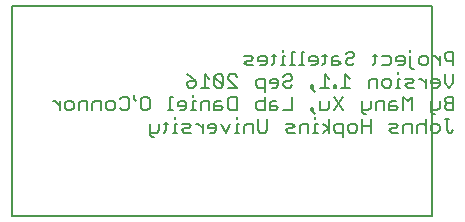
<source format=gbo>
G75*
%MOIN*%
%OFA0B0*%
%FSLAX25Y25*%
%IPPOS*%
%LPD*%
%AMOC8*
5,1,8,0,0,1.08239X$1,22.5*
%
%ADD10C,0.00600*%
%ADD11C,0.00500*%
D10*
X0157047Y0093066D02*
X0157781Y0092332D01*
X0158515Y0092332D01*
X0157047Y0093066D02*
X0157047Y0096736D01*
X0159983Y0096736D02*
X0159983Y0094534D01*
X0159249Y0093800D01*
X0157047Y0093800D01*
X0161584Y0093800D02*
X0162318Y0094534D01*
X0162318Y0097470D01*
X0163052Y0096736D02*
X0161584Y0096736D01*
X0165388Y0096736D02*
X0165388Y0093800D01*
X0166122Y0093800D02*
X0164654Y0093800D01*
X0165388Y0096736D02*
X0166122Y0096736D01*
X0165388Y0098204D02*
X0165388Y0098938D01*
X0164587Y0101300D02*
X0163119Y0101300D01*
X0163853Y0101300D02*
X0163853Y0105704D01*
X0164587Y0105704D01*
X0166255Y0103502D02*
X0166255Y0102768D01*
X0169191Y0102768D01*
X0169191Y0102034D02*
X0169191Y0103502D01*
X0168457Y0104236D01*
X0166989Y0104236D01*
X0166255Y0103502D01*
X0168457Y0101300D02*
X0169191Y0102034D01*
X0168457Y0101300D02*
X0166989Y0101300D01*
X0170792Y0101300D02*
X0172260Y0101300D01*
X0171526Y0101300D02*
X0171526Y0104236D01*
X0172260Y0104236D01*
X0171526Y0105704D02*
X0171526Y0106438D01*
X0171526Y0108800D02*
X0170058Y0108800D01*
X0169324Y0109534D01*
X0169324Y0110268D01*
X0170058Y0111002D01*
X0172260Y0111002D01*
X0172260Y0109534D01*
X0171526Y0108800D01*
X0172260Y0111002D02*
X0170792Y0112470D01*
X0169324Y0113204D01*
X0175396Y0113204D02*
X0175396Y0108800D01*
X0176864Y0108800D02*
X0173928Y0108800D01*
X0176864Y0111736D02*
X0175396Y0113204D01*
X0178532Y0112470D02*
X0181468Y0109534D01*
X0180734Y0108800D01*
X0179266Y0108800D01*
X0178532Y0109534D01*
X0178532Y0112470D01*
X0179266Y0113204D01*
X0180734Y0113204D01*
X0181468Y0112470D01*
X0181468Y0109534D01*
X0183136Y0108800D02*
X0186072Y0108800D01*
X0183136Y0111736D01*
X0183136Y0112470D01*
X0183870Y0113204D01*
X0185338Y0113204D01*
X0186072Y0112470D01*
X0192344Y0111002D02*
X0192344Y0109534D01*
X0193078Y0108800D01*
X0195280Y0108800D01*
X0195280Y0107332D02*
X0195280Y0111736D01*
X0193078Y0111736D01*
X0192344Y0111002D01*
X0196948Y0111002D02*
X0196948Y0110268D01*
X0199884Y0110268D01*
X0199884Y0111002D02*
X0199150Y0111736D01*
X0197682Y0111736D01*
X0196948Y0111002D01*
X0197682Y0108800D02*
X0199150Y0108800D01*
X0199884Y0109534D01*
X0199884Y0111002D01*
X0201552Y0110268D02*
X0201552Y0109534D01*
X0202286Y0108800D01*
X0203754Y0108800D01*
X0204488Y0109534D01*
X0203754Y0111002D02*
X0202286Y0111002D01*
X0201552Y0110268D01*
X0201552Y0112470D02*
X0202286Y0113204D01*
X0203754Y0113204D01*
X0204488Y0112470D01*
X0204488Y0111736D01*
X0203754Y0111002D01*
X0204488Y0105704D02*
X0204488Y0101300D01*
X0201552Y0101300D01*
X0199884Y0102034D02*
X0199150Y0102768D01*
X0196948Y0102768D01*
X0196948Y0103502D02*
X0196948Y0101300D01*
X0199150Y0101300D01*
X0199884Y0102034D01*
X0199150Y0104236D02*
X0197682Y0104236D01*
X0196948Y0103502D01*
X0195280Y0104236D02*
X0193078Y0104236D01*
X0192344Y0103502D01*
X0192344Y0102034D01*
X0193078Y0101300D01*
X0195280Y0101300D01*
X0195280Y0105704D01*
X0186072Y0105704D02*
X0183870Y0105704D01*
X0183136Y0104970D01*
X0183136Y0102034D01*
X0183870Y0101300D01*
X0186072Y0101300D01*
X0186072Y0105704D01*
X0180734Y0104236D02*
X0179266Y0104236D01*
X0178532Y0103502D01*
X0178532Y0101300D01*
X0180734Y0101300D01*
X0181468Y0102034D01*
X0180734Y0102768D01*
X0178532Y0102768D01*
X0176864Y0101300D02*
X0176864Y0104236D01*
X0174662Y0104236D01*
X0173928Y0103502D01*
X0173928Y0101300D01*
X0174562Y0096736D02*
X0174562Y0093800D01*
X0174562Y0095268D02*
X0173094Y0096736D01*
X0172360Y0096736D01*
X0170725Y0096002D02*
X0169991Y0096736D01*
X0167790Y0096736D01*
X0168524Y0095268D02*
X0169991Y0095268D01*
X0170725Y0096002D01*
X0170725Y0093800D02*
X0168524Y0093800D01*
X0167790Y0094534D01*
X0168524Y0095268D01*
X0176230Y0095268D02*
X0179166Y0095268D01*
X0179166Y0094534D02*
X0179166Y0096002D01*
X0178432Y0096736D01*
X0176964Y0096736D01*
X0176230Y0096002D01*
X0176230Y0095268D01*
X0176964Y0093800D02*
X0178432Y0093800D01*
X0179166Y0094534D01*
X0180834Y0096736D02*
X0182302Y0093800D01*
X0183770Y0096736D01*
X0186105Y0096736D02*
X0186105Y0093800D01*
X0186839Y0093800D02*
X0185371Y0093800D01*
X0186105Y0096736D02*
X0186839Y0096736D01*
X0186105Y0098204D02*
X0186105Y0098938D01*
X0188507Y0096002D02*
X0188507Y0093800D01*
X0188507Y0096002D02*
X0189241Y0096736D01*
X0191443Y0096736D01*
X0191443Y0093800D01*
X0193111Y0094534D02*
X0193111Y0098204D01*
X0196047Y0098204D02*
X0196047Y0094534D01*
X0195313Y0093800D01*
X0193845Y0093800D01*
X0193111Y0094534D01*
X0202319Y0094534D02*
X0203053Y0095268D01*
X0204521Y0095268D01*
X0205255Y0096002D01*
X0204521Y0096736D01*
X0202319Y0096736D01*
X0202319Y0094534D02*
X0203053Y0093800D01*
X0205255Y0093800D01*
X0206923Y0093800D02*
X0206923Y0096002D01*
X0207657Y0096736D01*
X0209859Y0096736D01*
X0209859Y0093800D01*
X0211460Y0093800D02*
X0212928Y0093800D01*
X0212194Y0093800D02*
X0212194Y0096736D01*
X0212928Y0096736D01*
X0214563Y0096736D02*
X0216765Y0095268D01*
X0214563Y0093800D01*
X0216765Y0093800D02*
X0216765Y0098204D01*
X0218433Y0096002D02*
X0218433Y0094534D01*
X0219167Y0093800D01*
X0221369Y0093800D01*
X0221369Y0092332D02*
X0221369Y0096736D01*
X0219167Y0096736D01*
X0218433Y0096002D01*
X0223037Y0096002D02*
X0223037Y0094534D01*
X0223771Y0093800D01*
X0225239Y0093800D01*
X0225973Y0094534D01*
X0225973Y0096002D01*
X0225239Y0096736D01*
X0223771Y0096736D01*
X0223037Y0096002D01*
X0227641Y0096002D02*
X0230576Y0096002D01*
X0230576Y0093800D02*
X0230576Y0098204D01*
X0229109Y0099832D02*
X0228375Y0099832D01*
X0227641Y0100566D01*
X0227641Y0104236D01*
X0230576Y0104236D02*
X0230576Y0102034D01*
X0229842Y0101300D01*
X0227641Y0101300D01*
X0227641Y0098204D02*
X0227641Y0093800D01*
X0232245Y0101300D02*
X0232245Y0103502D01*
X0232979Y0104236D01*
X0235180Y0104236D01*
X0235180Y0101300D01*
X0236848Y0101300D02*
X0239050Y0101300D01*
X0239784Y0102034D01*
X0239050Y0102768D01*
X0236848Y0102768D01*
X0236848Y0103502D02*
X0236848Y0101300D01*
X0241452Y0101300D02*
X0241452Y0105704D01*
X0242920Y0104236D01*
X0244388Y0105704D01*
X0244388Y0101300D01*
X0248992Y0098204D02*
X0248992Y0093800D01*
X0250660Y0094534D02*
X0250660Y0096002D01*
X0251394Y0096736D01*
X0252862Y0096736D01*
X0253596Y0096002D01*
X0253596Y0094534D01*
X0252862Y0093800D01*
X0251394Y0093800D01*
X0250660Y0094534D01*
X0248992Y0096002D02*
X0248258Y0096736D01*
X0246790Y0096736D01*
X0246056Y0096002D01*
X0246056Y0093800D01*
X0244388Y0093800D02*
X0244388Y0096736D01*
X0242186Y0096736D01*
X0241452Y0096002D01*
X0241452Y0093800D01*
X0239784Y0093800D02*
X0237582Y0093800D01*
X0236848Y0094534D01*
X0237582Y0095268D01*
X0239050Y0095268D01*
X0239784Y0096002D01*
X0239050Y0096736D01*
X0236848Y0096736D01*
X0250660Y0100566D02*
X0251394Y0099832D01*
X0252128Y0099832D01*
X0250660Y0100566D02*
X0250660Y0104236D01*
X0253596Y0104236D02*
X0253596Y0102034D01*
X0252862Y0101300D01*
X0250660Y0101300D01*
X0255264Y0102034D02*
X0255998Y0101300D01*
X0258200Y0101300D01*
X0258200Y0105704D01*
X0255998Y0105704D01*
X0255264Y0104970D01*
X0255264Y0104236D01*
X0255998Y0103502D01*
X0258200Y0103502D01*
X0255998Y0103502D02*
X0255264Y0102768D01*
X0255264Y0102034D01*
X0255264Y0098204D02*
X0256732Y0098204D01*
X0255998Y0098204D02*
X0255998Y0094534D01*
X0256732Y0093800D01*
X0257466Y0093800D01*
X0258200Y0094534D01*
X0239050Y0104236D02*
X0237582Y0104236D01*
X0236848Y0103502D01*
X0236748Y0108800D02*
X0235280Y0108800D01*
X0234547Y0109534D01*
X0234547Y0111002D01*
X0235280Y0111736D01*
X0236748Y0111736D01*
X0237482Y0111002D01*
X0237482Y0109534D01*
X0236748Y0108800D01*
X0239084Y0108800D02*
X0240552Y0108800D01*
X0239818Y0108800D02*
X0239818Y0111736D01*
X0240552Y0111736D01*
X0239818Y0113204D02*
X0239818Y0113938D01*
X0239884Y0116300D02*
X0241352Y0116300D01*
X0242086Y0117034D01*
X0242086Y0118502D01*
X0241352Y0119236D01*
X0239884Y0119236D01*
X0239150Y0118502D01*
X0239150Y0117768D01*
X0242086Y0117768D01*
X0243688Y0119236D02*
X0243688Y0115566D01*
X0244422Y0114832D01*
X0245156Y0114832D01*
X0246824Y0117034D02*
X0246824Y0118502D01*
X0247558Y0119236D01*
X0249026Y0119236D01*
X0249759Y0118502D01*
X0249759Y0117034D01*
X0249026Y0116300D01*
X0247558Y0116300D01*
X0246824Y0117034D01*
X0251394Y0119236D02*
X0252128Y0119236D01*
X0253596Y0117768D01*
X0253596Y0116300D02*
X0253596Y0119236D01*
X0255264Y0119970D02*
X0255264Y0118502D01*
X0255998Y0117768D01*
X0258200Y0117768D01*
X0258200Y0116300D02*
X0258200Y0120704D01*
X0255998Y0120704D01*
X0255264Y0119970D01*
X0243688Y0120704D02*
X0243688Y0121438D01*
X0237482Y0118502D02*
X0237482Y0117034D01*
X0236748Y0116300D01*
X0234547Y0116300D01*
X0232144Y0117034D02*
X0231411Y0116300D01*
X0232144Y0117034D02*
X0232144Y0119970D01*
X0231411Y0119236D02*
X0232878Y0119236D01*
X0234547Y0119236D02*
X0236748Y0119236D01*
X0237482Y0118502D01*
X0232878Y0111736D02*
X0230677Y0111736D01*
X0229943Y0111002D01*
X0229943Y0108800D01*
X0232878Y0108800D02*
X0232878Y0111736D01*
X0225205Y0117034D02*
X0224471Y0116300D01*
X0223003Y0116300D01*
X0222269Y0117034D01*
X0222269Y0117768D01*
X0223003Y0118502D01*
X0224471Y0118502D01*
X0225205Y0119236D01*
X0225205Y0119970D01*
X0224471Y0120704D01*
X0223003Y0120704D01*
X0222269Y0119970D01*
X0219867Y0119236D02*
X0218399Y0119236D01*
X0217665Y0118502D01*
X0217665Y0116300D01*
X0219867Y0116300D01*
X0220601Y0117034D01*
X0219867Y0117768D01*
X0217665Y0117768D01*
X0215997Y0119236D02*
X0214529Y0119236D01*
X0215263Y0119970D02*
X0215263Y0117034D01*
X0214529Y0116300D01*
X0212928Y0117034D02*
X0212928Y0118502D01*
X0212194Y0119236D01*
X0210726Y0119236D01*
X0209992Y0118502D01*
X0209992Y0117768D01*
X0212928Y0117768D01*
X0212928Y0117034D02*
X0212194Y0116300D01*
X0210726Y0116300D01*
X0208324Y0116300D02*
X0206856Y0116300D01*
X0207590Y0116300D02*
X0207590Y0120704D01*
X0208324Y0120704D01*
X0205255Y0120704D02*
X0204521Y0120704D01*
X0204521Y0116300D01*
X0205255Y0116300D02*
X0203787Y0116300D01*
X0202186Y0116300D02*
X0200718Y0116300D01*
X0201452Y0116300D02*
X0201452Y0119236D01*
X0202186Y0119236D01*
X0201452Y0120704D02*
X0201452Y0121438D01*
X0198382Y0119970D02*
X0198382Y0117034D01*
X0197648Y0116300D01*
X0196047Y0117034D02*
X0196047Y0118502D01*
X0195313Y0119236D01*
X0193845Y0119236D01*
X0193111Y0118502D01*
X0193111Y0117768D01*
X0196047Y0117768D01*
X0196047Y0117034D02*
X0195313Y0116300D01*
X0193845Y0116300D01*
X0191443Y0116300D02*
X0189241Y0116300D01*
X0188507Y0117034D01*
X0189241Y0117768D01*
X0190709Y0117768D01*
X0191443Y0118502D01*
X0190709Y0119236D01*
X0188507Y0119236D01*
X0197648Y0119236D02*
X0199116Y0119236D01*
X0210693Y0109534D02*
X0211427Y0109534D01*
X0211427Y0108800D01*
X0210693Y0108800D01*
X0210693Y0109534D01*
X0210693Y0108800D02*
X0212161Y0107332D01*
X0213829Y0108800D02*
X0216765Y0108800D01*
X0215297Y0108800D02*
X0215297Y0113204D01*
X0216765Y0111736D01*
X0218333Y0109534D02*
X0218333Y0108800D01*
X0219067Y0108800D01*
X0219067Y0109534D01*
X0218333Y0109534D01*
X0220735Y0108800D02*
X0223671Y0108800D01*
X0222203Y0108800D02*
X0222203Y0113204D01*
X0223671Y0111736D01*
X0221369Y0105704D02*
X0218433Y0101300D01*
X0216765Y0102034D02*
X0216031Y0101300D01*
X0213829Y0101300D01*
X0213829Y0104236D01*
X0216765Y0104236D02*
X0216765Y0102034D01*
X0218433Y0105704D02*
X0221369Y0101300D01*
X0212161Y0099832D02*
X0210693Y0101300D01*
X0211427Y0101300D01*
X0211427Y0102034D01*
X0210693Y0102034D01*
X0210693Y0101300D01*
X0212194Y0098938D02*
X0212194Y0098204D01*
X0242220Y0109534D02*
X0242954Y0108800D01*
X0245156Y0108800D01*
X0244422Y0110268D02*
X0242954Y0110268D01*
X0242220Y0109534D01*
X0242220Y0111736D02*
X0244422Y0111736D01*
X0245156Y0111002D01*
X0244422Y0110268D01*
X0246790Y0111736D02*
X0247524Y0111736D01*
X0248992Y0110268D01*
X0248992Y0108800D02*
X0248992Y0111736D01*
X0250660Y0111002D02*
X0251394Y0111736D01*
X0252862Y0111736D01*
X0253596Y0111002D01*
X0253596Y0109534D01*
X0252862Y0108800D01*
X0251394Y0108800D01*
X0250660Y0110268D02*
X0253596Y0110268D01*
X0255264Y0110268D02*
X0255264Y0113204D01*
X0258200Y0113204D02*
X0258200Y0110268D01*
X0256732Y0108800D01*
X0255264Y0110268D01*
X0250660Y0110268D02*
X0250660Y0111002D01*
X0156914Y0104970D02*
X0156914Y0102034D01*
X0156180Y0101300D01*
X0154712Y0101300D01*
X0153978Y0102034D01*
X0153978Y0104970D01*
X0154712Y0105704D01*
X0156180Y0105704D01*
X0156914Y0104970D01*
X0152310Y0104236D02*
X0151576Y0104970D01*
X0151576Y0106438D01*
X0150008Y0104970D02*
X0150008Y0102034D01*
X0149274Y0101300D01*
X0147806Y0101300D01*
X0147072Y0102034D01*
X0145404Y0102034D02*
X0144670Y0101300D01*
X0143202Y0101300D01*
X0142468Y0102034D01*
X0142468Y0103502D01*
X0143202Y0104236D01*
X0144670Y0104236D01*
X0145404Y0103502D01*
X0145404Y0102034D01*
X0147072Y0104970D02*
X0147806Y0105704D01*
X0149274Y0105704D01*
X0150008Y0104970D01*
X0140800Y0104236D02*
X0140800Y0101300D01*
X0137864Y0101300D02*
X0137864Y0103502D01*
X0138598Y0104236D01*
X0140800Y0104236D01*
X0136196Y0104236D02*
X0133994Y0104236D01*
X0133260Y0103502D01*
X0133260Y0101300D01*
X0131592Y0102034D02*
X0130858Y0101300D01*
X0129390Y0101300D01*
X0128656Y0102034D01*
X0128656Y0103502D01*
X0129390Y0104236D01*
X0130858Y0104236D01*
X0131592Y0103502D01*
X0131592Y0102034D01*
X0136196Y0101300D02*
X0136196Y0104236D01*
X0126988Y0104236D02*
X0126988Y0101300D01*
X0126988Y0102768D02*
X0125520Y0104236D01*
X0124786Y0104236D01*
D11*
X0111000Y0136000D02*
X0111000Y0066000D01*
X0251000Y0066000D01*
X0251000Y0136000D01*
X0111000Y0136000D01*
M02*

</source>
